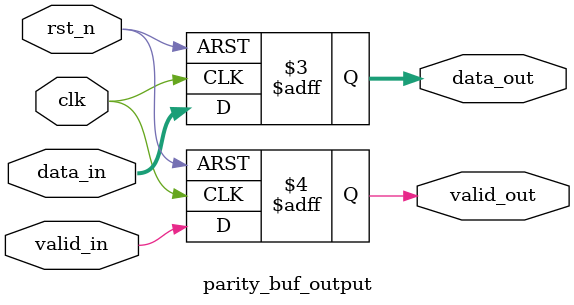
<source format=sv>
module parity_buf #(parameter DW=9) (
    input clk,
    input rst_n,
    input en,
    input [DW-2:0] data_in,
    output [DW-1:0] data_out,
    output valid_out
);
    // 阶段间的连接信号
    wire [DW-2:0] data_stage1;
    wire parity_stage1;
    wire valid_stage1;
    
    wire [DW-1:0] data_stage2;
    wire valid_stage2;
    
    // 实例化第一级流水线模块 - 校验位计算
    parity_buf_stage1 #(
        .DW(DW)
    ) stage1_inst (
        .clk(clk),
        .rst_n(rst_n),
        .en(en),
        .data_in(data_in),
        .data_out(data_stage1),
        .parity_out(parity_stage1),
        .valid_out(valid_stage1)
    );
    
    // 实例化第二级流水线模块 - 数据组合
    parity_buf_stage2 #(
        .DW(DW)
    ) stage2_inst (
        .clk(clk),
        .rst_n(rst_n),
        .valid_in(valid_stage1),
        .data_in(data_stage1),
        .parity_in(parity_stage1),
        .data_out(data_stage2),
        .valid_out(valid_stage2)
    );
    
    // 实例化输出级模块
    parity_buf_output #(
        .DW(DW)
    ) output_inst (
        .clk(clk),
        .rst_n(rst_n),
        .data_in(data_stage2),
        .valid_in(valid_stage2),
        .data_out(data_out),
        .valid_out(valid_out)
    );
endmodule

// 第一级流水线模块 - 计算校验位
module parity_buf_stage1 #(parameter DW=9) (
    input clk,
    input rst_n,
    input en,
    input [DW-2:0] data_in,
    output reg [DW-2:0] data_out,
    output reg parity_out,
    output reg valid_out
);
    always @(posedge clk or negedge rst_n) begin
        if (!rst_n) begin
            data_out <= {(DW-1){1'b0}};
            parity_out <= 1'b0;
            valid_out <= 1'b0;
        end else if (en) begin
            data_out <= data_in;
            parity_out <= ^data_in;
            valid_out <= 1'b1;
        end else begin
            valid_out <= 1'b0;
        end
    end
endmodule

// 第二级流水线模块 - 组合数据
module parity_buf_stage2 #(parameter DW=9) (
    input clk,
    input rst_n,
    input valid_in,
    input [DW-2:0] data_in,
    input parity_in,
    output reg [DW-1:0] data_out,
    output reg valid_out
);
    always @(posedge clk or negedge rst_n) begin
        if (!rst_n) begin
            data_out <= {DW{1'b0}};
            valid_out <= 1'b0;
        end else if (valid_in) begin
            data_out <= {parity_in, data_in};
            valid_out <= 1'b1;
        end else begin
            valid_out <= 1'b0;
        end
    end
endmodule

// 输出级模块
module parity_buf_output #(parameter DW=9) (
    input clk,
    input rst_n,
    input [DW-1:0] data_in,
    input valid_in,
    output reg [DW-1:0] data_out,
    output reg valid_out
);
    always @(posedge clk or negedge rst_n) begin
        if (!rst_n) begin
            data_out <= {DW{1'b0}};
            valid_out <= 1'b0;
        end else begin
            data_out <= data_in;
            valid_out <= valid_in;
        end
    end
endmodule
</source>
